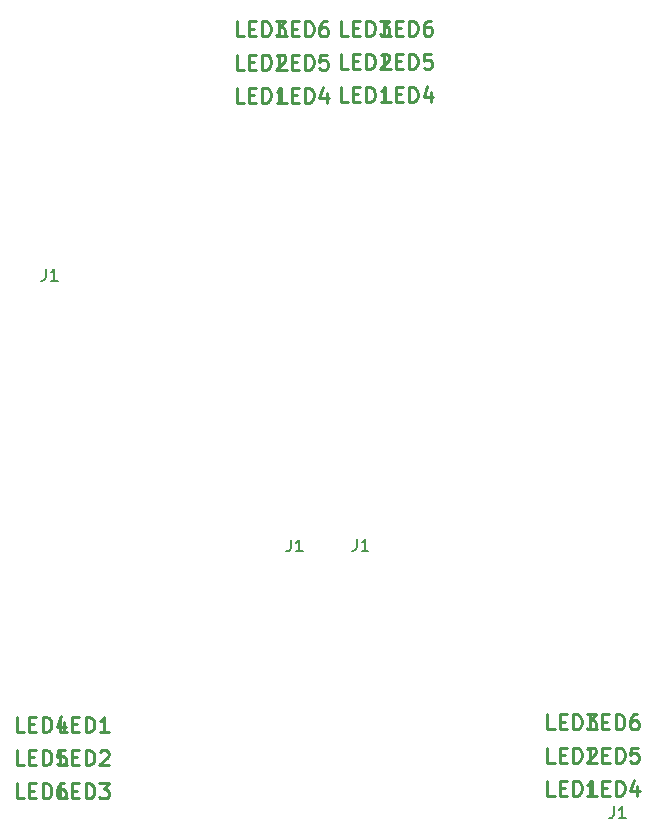
<source format=gbr>
G04 #@! TF.GenerationSoftware,KiCad,Pcbnew,(5.1.5)-3*
G04 #@! TF.CreationDate,2021-03-18T13:29:50-04:00*
G04 #@! TF.ProjectId,LED_Harness_3x2_RED+BLUE,4c45445f-4861-4726-9e65-73735f337832,rev?*
G04 #@! TF.SameCoordinates,Original*
G04 #@! TF.FileFunction,Legend,Top*
G04 #@! TF.FilePolarity,Positive*
%FSLAX46Y46*%
G04 Gerber Fmt 4.6, Leading zero omitted, Abs format (unit mm)*
G04 Created by KiCad (PCBNEW (5.1.5)-3) date 2021-03-18 13:29:50*
%MOMM*%
%LPD*%
G04 APERTURE LIST*
%ADD10C,0.254000*%
%ADD11C,0.150000*%
G04 APERTURE END LIST*
D10*
X160544449Y-124267443D02*
X159939687Y-124267443D01*
X159939687Y-122997443D01*
X160967782Y-123602205D02*
X161391116Y-123602205D01*
X161572544Y-124267443D02*
X160967782Y-124267443D01*
X160967782Y-122997443D01*
X161572544Y-122997443D01*
X162116830Y-124267443D02*
X162116830Y-122997443D01*
X162419211Y-122997443D01*
X162600640Y-123057920D01*
X162721592Y-123178872D01*
X162782068Y-123299824D01*
X162842544Y-123541729D01*
X162842544Y-123723158D01*
X162782068Y-123965062D01*
X162721592Y-124086015D01*
X162600640Y-124206967D01*
X162419211Y-124267443D01*
X162116830Y-124267443D01*
X163931116Y-123420777D02*
X163931116Y-124267443D01*
X163628735Y-122936967D02*
X163326354Y-123844110D01*
X164112544Y-123844110D01*
X156922409Y-121456933D02*
X156317647Y-121456933D01*
X156317647Y-120186933D01*
X157345742Y-120791695D02*
X157769076Y-120791695D01*
X157950504Y-121456933D02*
X157345742Y-121456933D01*
X157345742Y-120186933D01*
X157950504Y-120186933D01*
X158494790Y-121456933D02*
X158494790Y-120186933D01*
X158797171Y-120186933D01*
X158978600Y-120247410D01*
X159099552Y-120368362D01*
X159160028Y-120489314D01*
X159220504Y-120731219D01*
X159220504Y-120912648D01*
X159160028Y-121154552D01*
X159099552Y-121275505D01*
X158978600Y-121396457D01*
X158797171Y-121456933D01*
X158494790Y-121456933D01*
X159704314Y-120307886D02*
X159764790Y-120247410D01*
X159885742Y-120186933D01*
X160188123Y-120186933D01*
X160309076Y-120247410D01*
X160369552Y-120307886D01*
X160430028Y-120428838D01*
X160430028Y-120549790D01*
X160369552Y-120731219D01*
X159643838Y-121456933D01*
X160430028Y-121456933D01*
X156917329Y-118646423D02*
X156312567Y-118646423D01*
X156312567Y-117376423D01*
X157340662Y-117981185D02*
X157763996Y-117981185D01*
X157945424Y-118646423D02*
X157340662Y-118646423D01*
X157340662Y-117376423D01*
X157945424Y-117376423D01*
X158489710Y-118646423D02*
X158489710Y-117376423D01*
X158792091Y-117376423D01*
X158973520Y-117436900D01*
X159094472Y-117557852D01*
X159154948Y-117678804D01*
X159215424Y-117920709D01*
X159215424Y-118102138D01*
X159154948Y-118344042D01*
X159094472Y-118464995D01*
X158973520Y-118585947D01*
X158792091Y-118646423D01*
X158489710Y-118646423D01*
X159638758Y-117376423D02*
X160424948Y-117376423D01*
X160001615Y-117860233D01*
X160183043Y-117860233D01*
X160303996Y-117920709D01*
X160364472Y-117981185D01*
X160424948Y-118102138D01*
X160424948Y-118404519D01*
X160364472Y-118525471D01*
X160303996Y-118585947D01*
X160183043Y-118646423D01*
X159820186Y-118646423D01*
X159699234Y-118585947D01*
X159638758Y-118525471D01*
X156917329Y-124264903D02*
X156312567Y-124264903D01*
X156312567Y-122994903D01*
X157340662Y-123599665D02*
X157763996Y-123599665D01*
X157945424Y-124264903D02*
X157340662Y-124264903D01*
X157340662Y-122994903D01*
X157945424Y-122994903D01*
X158489710Y-124264903D02*
X158489710Y-122994903D01*
X158792091Y-122994903D01*
X158973520Y-123055380D01*
X159094472Y-123176332D01*
X159154948Y-123297284D01*
X159215424Y-123539189D01*
X159215424Y-123720618D01*
X159154948Y-123962522D01*
X159094472Y-124083475D01*
X158973520Y-124204427D01*
X158792091Y-124264903D01*
X158489710Y-124264903D01*
X160424948Y-124264903D02*
X159699234Y-124264903D01*
X160062091Y-124264903D02*
X160062091Y-122994903D01*
X159941139Y-123176332D01*
X159820186Y-123297284D01*
X159699234Y-123357760D01*
X160546989Y-121460743D02*
X159942227Y-121460743D01*
X159942227Y-120190743D01*
X160970322Y-120795505D02*
X161393656Y-120795505D01*
X161575084Y-121460743D02*
X160970322Y-121460743D01*
X160970322Y-120190743D01*
X161575084Y-120190743D01*
X162119370Y-121460743D02*
X162119370Y-120190743D01*
X162421751Y-120190743D01*
X162603180Y-120251220D01*
X162724132Y-120372172D01*
X162784608Y-120493124D01*
X162845084Y-120735029D01*
X162845084Y-120916458D01*
X162784608Y-121158362D01*
X162724132Y-121279315D01*
X162603180Y-121400267D01*
X162421751Y-121460743D01*
X162119370Y-121460743D01*
X163994132Y-120190743D02*
X163389370Y-120190743D01*
X163328894Y-120795505D01*
X163389370Y-120735029D01*
X163510322Y-120674553D01*
X163812703Y-120674553D01*
X163933656Y-120735029D01*
X163994132Y-120795505D01*
X164054608Y-120916458D01*
X164054608Y-121218839D01*
X163994132Y-121339791D01*
X163933656Y-121400267D01*
X163812703Y-121460743D01*
X163510322Y-121460743D01*
X163389370Y-121400267D01*
X163328894Y-121339791D01*
X160541909Y-118648963D02*
X159937147Y-118648963D01*
X159937147Y-117378963D01*
X160965242Y-117983725D02*
X161388576Y-117983725D01*
X161570004Y-118648963D02*
X160965242Y-118648963D01*
X160965242Y-117378963D01*
X161570004Y-117378963D01*
X162114290Y-118648963D02*
X162114290Y-117378963D01*
X162416671Y-117378963D01*
X162598100Y-117439440D01*
X162719052Y-117560392D01*
X162779528Y-117681344D01*
X162840004Y-117923249D01*
X162840004Y-118104678D01*
X162779528Y-118346582D01*
X162719052Y-118467535D01*
X162598100Y-118588487D01*
X162416671Y-118648963D01*
X162114290Y-118648963D01*
X163928576Y-117378963D02*
X163686671Y-117378963D01*
X163565719Y-117439440D01*
X163505242Y-117499916D01*
X163384290Y-117681344D01*
X163323814Y-117923249D01*
X163323814Y-118407059D01*
X163384290Y-118528011D01*
X163444766Y-118588487D01*
X163565719Y-118648963D01*
X163807623Y-118648963D01*
X163928576Y-118588487D01*
X163989052Y-118528011D01*
X164049528Y-118407059D01*
X164049528Y-118104678D01*
X163989052Y-117983725D01*
X163928576Y-117923249D01*
X163807623Y-117862773D01*
X163565719Y-117862773D01*
X163444766Y-117923249D01*
X163384290Y-117983725D01*
X163323814Y-118104678D01*
D11*
X140154066Y-102525580D02*
X140154066Y-103239866D01*
X140106447Y-103382723D01*
X140011209Y-103477961D01*
X139868352Y-103525580D01*
X139773114Y-103525580D01*
X141154066Y-103525580D02*
X140582638Y-103525580D01*
X140868352Y-103525580D02*
X140868352Y-102525580D01*
X140773114Y-102668438D01*
X140677876Y-102763676D01*
X140582638Y-102811295D01*
X161947266Y-125156980D02*
X161947266Y-125871266D01*
X161899647Y-126014123D01*
X161804409Y-126109361D01*
X161661552Y-126156980D01*
X161566314Y-126156980D01*
X162947266Y-126156980D02*
X162375838Y-126156980D01*
X162661552Y-126156980D02*
X162661552Y-125156980D01*
X162566314Y-125299838D01*
X162471076Y-125395076D01*
X162375838Y-125442695D01*
D10*
X143041309Y-59924163D02*
X142436547Y-59924163D01*
X142436547Y-58654163D01*
X143464642Y-59258925D02*
X143887976Y-59258925D01*
X144069404Y-59924163D02*
X143464642Y-59924163D01*
X143464642Y-58654163D01*
X144069404Y-58654163D01*
X144613690Y-59924163D02*
X144613690Y-58654163D01*
X144916071Y-58654163D01*
X145097500Y-58714640D01*
X145218452Y-58835592D01*
X145278928Y-58956544D01*
X145339404Y-59198449D01*
X145339404Y-59379878D01*
X145278928Y-59621782D01*
X145218452Y-59742735D01*
X145097500Y-59863687D01*
X144916071Y-59924163D01*
X144613690Y-59924163D01*
X146427976Y-58654163D02*
X146186071Y-58654163D01*
X146065119Y-58714640D01*
X146004642Y-58775116D01*
X145883690Y-58956544D01*
X145823214Y-59198449D01*
X145823214Y-59682259D01*
X145883690Y-59803211D01*
X145944166Y-59863687D01*
X146065119Y-59924163D01*
X146307023Y-59924163D01*
X146427976Y-59863687D01*
X146488452Y-59803211D01*
X146548928Y-59682259D01*
X146548928Y-59379878D01*
X146488452Y-59258925D01*
X146427976Y-59198449D01*
X146307023Y-59137973D01*
X146065119Y-59137973D01*
X145944166Y-59198449D01*
X145883690Y-59258925D01*
X145823214Y-59379878D01*
X139421809Y-62732133D02*
X138817047Y-62732133D01*
X138817047Y-61462133D01*
X139845142Y-62066895D02*
X140268476Y-62066895D01*
X140449904Y-62732133D02*
X139845142Y-62732133D01*
X139845142Y-61462133D01*
X140449904Y-61462133D01*
X140994190Y-62732133D02*
X140994190Y-61462133D01*
X141296571Y-61462133D01*
X141478000Y-61522610D01*
X141598952Y-61643562D01*
X141659428Y-61764514D01*
X141719904Y-62006419D01*
X141719904Y-62187848D01*
X141659428Y-62429752D01*
X141598952Y-62550705D01*
X141478000Y-62671657D01*
X141296571Y-62732133D01*
X140994190Y-62732133D01*
X142203714Y-61583086D02*
X142264190Y-61522610D01*
X142385142Y-61462133D01*
X142687523Y-61462133D01*
X142808476Y-61522610D01*
X142868952Y-61583086D01*
X142929428Y-61704038D01*
X142929428Y-61824990D01*
X142868952Y-62006419D01*
X142143238Y-62732133D01*
X142929428Y-62732133D01*
X139416729Y-65540103D02*
X138811967Y-65540103D01*
X138811967Y-64270103D01*
X139840062Y-64874865D02*
X140263396Y-64874865D01*
X140444824Y-65540103D02*
X139840062Y-65540103D01*
X139840062Y-64270103D01*
X140444824Y-64270103D01*
X140989110Y-65540103D02*
X140989110Y-64270103D01*
X141291491Y-64270103D01*
X141472920Y-64330580D01*
X141593872Y-64451532D01*
X141654348Y-64572484D01*
X141714824Y-64814389D01*
X141714824Y-64995818D01*
X141654348Y-65237722D01*
X141593872Y-65358675D01*
X141472920Y-65479627D01*
X141291491Y-65540103D01*
X140989110Y-65540103D01*
X142924348Y-65540103D02*
X142198634Y-65540103D01*
X142561491Y-65540103D02*
X142561491Y-64270103D01*
X142440539Y-64451532D01*
X142319586Y-64572484D01*
X142198634Y-64632960D01*
X139416729Y-59921623D02*
X138811967Y-59921623D01*
X138811967Y-58651623D01*
X139840062Y-59256385D02*
X140263396Y-59256385D01*
X140444824Y-59921623D02*
X139840062Y-59921623D01*
X139840062Y-58651623D01*
X140444824Y-58651623D01*
X140989110Y-59921623D02*
X140989110Y-58651623D01*
X141291491Y-58651623D01*
X141472920Y-58712100D01*
X141593872Y-58833052D01*
X141654348Y-58954004D01*
X141714824Y-59195909D01*
X141714824Y-59377338D01*
X141654348Y-59619242D01*
X141593872Y-59740195D01*
X141472920Y-59861147D01*
X141291491Y-59921623D01*
X140989110Y-59921623D01*
X142138158Y-58651623D02*
X142924348Y-58651623D01*
X142501015Y-59135433D01*
X142682443Y-59135433D01*
X142803396Y-59195909D01*
X142863872Y-59256385D01*
X142924348Y-59377338D01*
X142924348Y-59679719D01*
X142863872Y-59800671D01*
X142803396Y-59861147D01*
X142682443Y-59921623D01*
X142319586Y-59921623D01*
X142198634Y-59861147D01*
X142138158Y-59800671D01*
X143046389Y-62735943D02*
X142441627Y-62735943D01*
X142441627Y-61465943D01*
X143469722Y-62070705D02*
X143893056Y-62070705D01*
X144074484Y-62735943D02*
X143469722Y-62735943D01*
X143469722Y-61465943D01*
X144074484Y-61465943D01*
X144618770Y-62735943D02*
X144618770Y-61465943D01*
X144921151Y-61465943D01*
X145102580Y-61526420D01*
X145223532Y-61647372D01*
X145284008Y-61768324D01*
X145344484Y-62010229D01*
X145344484Y-62191658D01*
X145284008Y-62433562D01*
X145223532Y-62554515D01*
X145102580Y-62675467D01*
X144921151Y-62735943D01*
X144618770Y-62735943D01*
X146493532Y-61465943D02*
X145888770Y-61465943D01*
X145828294Y-62070705D01*
X145888770Y-62010229D01*
X146009722Y-61949753D01*
X146312103Y-61949753D01*
X146433056Y-62010229D01*
X146493532Y-62070705D01*
X146554008Y-62191658D01*
X146554008Y-62494039D01*
X146493532Y-62614991D01*
X146433056Y-62675467D01*
X146312103Y-62735943D01*
X146009722Y-62735943D01*
X145888770Y-62675467D01*
X145828294Y-62614991D01*
X143043849Y-65542643D02*
X142439087Y-65542643D01*
X142439087Y-64272643D01*
X143467182Y-64877405D02*
X143890516Y-64877405D01*
X144071944Y-65542643D02*
X143467182Y-65542643D01*
X143467182Y-64272643D01*
X144071944Y-64272643D01*
X144616230Y-65542643D02*
X144616230Y-64272643D01*
X144918611Y-64272643D01*
X145100040Y-64333120D01*
X145220992Y-64454072D01*
X145281468Y-64575024D01*
X145341944Y-64816929D01*
X145341944Y-64998358D01*
X145281468Y-65240262D01*
X145220992Y-65361215D01*
X145100040Y-65482167D01*
X144918611Y-65542643D01*
X144616230Y-65542643D01*
X146430516Y-64695977D02*
X146430516Y-65542643D01*
X146128135Y-64212167D02*
X145825754Y-65119310D01*
X146611944Y-65119310D01*
X112027909Y-124485883D02*
X111423147Y-124485883D01*
X111423147Y-123215883D01*
X112451242Y-123820645D02*
X112874576Y-123820645D01*
X113056004Y-124485883D02*
X112451242Y-124485883D01*
X112451242Y-123215883D01*
X113056004Y-123215883D01*
X113600290Y-124485883D02*
X113600290Y-123215883D01*
X113902671Y-123215883D01*
X114084100Y-123276360D01*
X114205052Y-123397312D01*
X114265528Y-123518264D01*
X114326004Y-123760169D01*
X114326004Y-123941598D01*
X114265528Y-124183502D01*
X114205052Y-124304455D01*
X114084100Y-124425407D01*
X113902671Y-124485883D01*
X113600290Y-124485883D01*
X115414576Y-123215883D02*
X115172671Y-123215883D01*
X115051719Y-123276360D01*
X114991242Y-123336836D01*
X114870290Y-123518264D01*
X114809814Y-123760169D01*
X114809814Y-124243979D01*
X114870290Y-124364931D01*
X114930766Y-124425407D01*
X115051719Y-124485883D01*
X115293623Y-124485883D01*
X115414576Y-124425407D01*
X115475052Y-124364931D01*
X115535528Y-124243979D01*
X115535528Y-123941598D01*
X115475052Y-123820645D01*
X115414576Y-123760169D01*
X115293623Y-123699693D01*
X115051719Y-123699693D01*
X114930766Y-123760169D01*
X114870290Y-123820645D01*
X114809814Y-123941598D01*
X115647409Y-121677913D02*
X115042647Y-121677913D01*
X115042647Y-120407913D01*
X116070742Y-121012675D02*
X116494076Y-121012675D01*
X116675504Y-121677913D02*
X116070742Y-121677913D01*
X116070742Y-120407913D01*
X116675504Y-120407913D01*
X117219790Y-121677913D02*
X117219790Y-120407913D01*
X117522171Y-120407913D01*
X117703600Y-120468390D01*
X117824552Y-120589342D01*
X117885028Y-120710294D01*
X117945504Y-120952199D01*
X117945504Y-121133628D01*
X117885028Y-121375532D01*
X117824552Y-121496485D01*
X117703600Y-121617437D01*
X117522171Y-121677913D01*
X117219790Y-121677913D01*
X118429314Y-120528866D02*
X118489790Y-120468390D01*
X118610742Y-120407913D01*
X118913123Y-120407913D01*
X119034076Y-120468390D01*
X119094552Y-120528866D01*
X119155028Y-120649818D01*
X119155028Y-120770770D01*
X119094552Y-120952199D01*
X118368838Y-121677913D01*
X119155028Y-121677913D01*
X115652489Y-118869943D02*
X115047727Y-118869943D01*
X115047727Y-117599943D01*
X116075822Y-118204705D02*
X116499156Y-118204705D01*
X116680584Y-118869943D02*
X116075822Y-118869943D01*
X116075822Y-117599943D01*
X116680584Y-117599943D01*
X117224870Y-118869943D02*
X117224870Y-117599943D01*
X117527251Y-117599943D01*
X117708680Y-117660420D01*
X117829632Y-117781372D01*
X117890108Y-117902324D01*
X117950584Y-118144229D01*
X117950584Y-118325658D01*
X117890108Y-118567562D01*
X117829632Y-118688515D01*
X117708680Y-118809467D01*
X117527251Y-118869943D01*
X117224870Y-118869943D01*
X119160108Y-118869943D02*
X118434394Y-118869943D01*
X118797251Y-118869943D02*
X118797251Y-117599943D01*
X118676299Y-117781372D01*
X118555346Y-117902324D01*
X118434394Y-117962800D01*
X115652489Y-124488423D02*
X115047727Y-124488423D01*
X115047727Y-123218423D01*
X116075822Y-123823185D02*
X116499156Y-123823185D01*
X116680584Y-124488423D02*
X116075822Y-124488423D01*
X116075822Y-123218423D01*
X116680584Y-123218423D01*
X117224870Y-124488423D02*
X117224870Y-123218423D01*
X117527251Y-123218423D01*
X117708680Y-123278900D01*
X117829632Y-123399852D01*
X117890108Y-123520804D01*
X117950584Y-123762709D01*
X117950584Y-123944138D01*
X117890108Y-124186042D01*
X117829632Y-124306995D01*
X117708680Y-124427947D01*
X117527251Y-124488423D01*
X117224870Y-124488423D01*
X118373918Y-123218423D02*
X119160108Y-123218423D01*
X118736775Y-123702233D01*
X118918203Y-123702233D01*
X119039156Y-123762709D01*
X119099632Y-123823185D01*
X119160108Y-123944138D01*
X119160108Y-124246519D01*
X119099632Y-124367471D01*
X119039156Y-124427947D01*
X118918203Y-124488423D01*
X118555346Y-124488423D01*
X118434394Y-124427947D01*
X118373918Y-124367471D01*
D11*
X134587466Y-102567780D02*
X134587466Y-103282066D01*
X134539847Y-103424923D01*
X134444609Y-103520161D01*
X134301752Y-103567780D01*
X134206514Y-103567780D01*
X135587466Y-103567780D02*
X135016038Y-103567780D01*
X135301752Y-103567780D02*
X135301752Y-102567780D01*
X135206514Y-102710638D01*
X135111276Y-102805876D01*
X135016038Y-102853495D01*
D10*
X112022829Y-121674103D02*
X111418067Y-121674103D01*
X111418067Y-120404103D01*
X112446162Y-121008865D02*
X112869496Y-121008865D01*
X113050924Y-121674103D02*
X112446162Y-121674103D01*
X112446162Y-120404103D01*
X113050924Y-120404103D01*
X113595210Y-121674103D02*
X113595210Y-120404103D01*
X113897591Y-120404103D01*
X114079020Y-120464580D01*
X114199972Y-120585532D01*
X114260448Y-120706484D01*
X114320924Y-120948389D01*
X114320924Y-121129818D01*
X114260448Y-121371722D01*
X114199972Y-121492675D01*
X114079020Y-121613627D01*
X113897591Y-121674103D01*
X113595210Y-121674103D01*
X115469972Y-120404103D02*
X114865210Y-120404103D01*
X114804734Y-121008865D01*
X114865210Y-120948389D01*
X114986162Y-120887913D01*
X115288543Y-120887913D01*
X115409496Y-120948389D01*
X115469972Y-121008865D01*
X115530448Y-121129818D01*
X115530448Y-121432199D01*
X115469972Y-121553151D01*
X115409496Y-121613627D01*
X115288543Y-121674103D01*
X114986162Y-121674103D01*
X114865210Y-121613627D01*
X114804734Y-121553151D01*
X112025369Y-118867403D02*
X111420607Y-118867403D01*
X111420607Y-117597403D01*
X112448702Y-118202165D02*
X112872036Y-118202165D01*
X113053464Y-118867403D02*
X112448702Y-118867403D01*
X112448702Y-117597403D01*
X113053464Y-117597403D01*
X113597750Y-118867403D02*
X113597750Y-117597403D01*
X113900131Y-117597403D01*
X114081560Y-117657880D01*
X114202512Y-117778832D01*
X114262988Y-117899784D01*
X114323464Y-118141689D01*
X114323464Y-118323118D01*
X114262988Y-118565022D01*
X114202512Y-118685975D01*
X114081560Y-118806927D01*
X113900131Y-118867403D01*
X113597750Y-118867403D01*
X115412036Y-118020737D02*
X115412036Y-118867403D01*
X115109655Y-117536927D02*
X114807274Y-118444070D01*
X115593464Y-118444070D01*
D11*
X113843666Y-79648780D02*
X113843666Y-80363066D01*
X113796047Y-80505923D01*
X113700809Y-80601161D01*
X113557952Y-80648780D01*
X113462714Y-80648780D01*
X114843666Y-80648780D02*
X114272238Y-80648780D01*
X114557952Y-80648780D02*
X114557952Y-79648780D01*
X114462714Y-79791638D01*
X114367476Y-79886876D01*
X114272238Y-79934495D01*
D10*
X130602929Y-65590903D02*
X129998167Y-65590903D01*
X129998167Y-64320903D01*
X131026262Y-64925665D02*
X131449596Y-64925665D01*
X131631024Y-65590903D02*
X131026262Y-65590903D01*
X131026262Y-64320903D01*
X131631024Y-64320903D01*
X132175310Y-65590903D02*
X132175310Y-64320903D01*
X132477691Y-64320903D01*
X132659120Y-64381380D01*
X132780072Y-64502332D01*
X132840548Y-64623284D01*
X132901024Y-64865189D01*
X132901024Y-65046618D01*
X132840548Y-65288522D01*
X132780072Y-65409475D01*
X132659120Y-65530427D01*
X132477691Y-65590903D01*
X132175310Y-65590903D01*
X134110548Y-65590903D02*
X133384834Y-65590903D01*
X133747691Y-65590903D02*
X133747691Y-64320903D01*
X133626739Y-64502332D01*
X133505786Y-64623284D01*
X133384834Y-64683760D01*
X130608009Y-62782933D02*
X130003247Y-62782933D01*
X130003247Y-61512933D01*
X131031342Y-62117695D02*
X131454676Y-62117695D01*
X131636104Y-62782933D02*
X131031342Y-62782933D01*
X131031342Y-61512933D01*
X131636104Y-61512933D01*
X132180390Y-62782933D02*
X132180390Y-61512933D01*
X132482771Y-61512933D01*
X132664200Y-61573410D01*
X132785152Y-61694362D01*
X132845628Y-61815314D01*
X132906104Y-62057219D01*
X132906104Y-62238648D01*
X132845628Y-62480552D01*
X132785152Y-62601505D01*
X132664200Y-62722457D01*
X132482771Y-62782933D01*
X132180390Y-62782933D01*
X133389914Y-61633886D02*
X133450390Y-61573410D01*
X133571342Y-61512933D01*
X133873723Y-61512933D01*
X133994676Y-61573410D01*
X134055152Y-61633886D01*
X134115628Y-61754838D01*
X134115628Y-61875790D01*
X134055152Y-62057219D01*
X133329438Y-62782933D01*
X134115628Y-62782933D01*
X130602929Y-59972423D02*
X129998167Y-59972423D01*
X129998167Y-58702423D01*
X131026262Y-59307185D02*
X131449596Y-59307185D01*
X131631024Y-59972423D02*
X131026262Y-59972423D01*
X131026262Y-58702423D01*
X131631024Y-58702423D01*
X132175310Y-59972423D02*
X132175310Y-58702423D01*
X132477691Y-58702423D01*
X132659120Y-58762900D01*
X132780072Y-58883852D01*
X132840548Y-59004804D01*
X132901024Y-59246709D01*
X132901024Y-59428138D01*
X132840548Y-59670042D01*
X132780072Y-59790995D01*
X132659120Y-59911947D01*
X132477691Y-59972423D01*
X132175310Y-59972423D01*
X133324358Y-58702423D02*
X134110548Y-58702423D01*
X133687215Y-59186233D01*
X133868643Y-59186233D01*
X133989596Y-59246709D01*
X134050072Y-59307185D01*
X134110548Y-59428138D01*
X134110548Y-59730519D01*
X134050072Y-59851471D01*
X133989596Y-59911947D01*
X133868643Y-59972423D01*
X133505786Y-59972423D01*
X133384834Y-59911947D01*
X133324358Y-59851471D01*
X134230049Y-65593443D02*
X133625287Y-65593443D01*
X133625287Y-64323443D01*
X134653382Y-64928205D02*
X135076716Y-64928205D01*
X135258144Y-65593443D02*
X134653382Y-65593443D01*
X134653382Y-64323443D01*
X135258144Y-64323443D01*
X135802430Y-65593443D02*
X135802430Y-64323443D01*
X136104811Y-64323443D01*
X136286240Y-64383920D01*
X136407192Y-64504872D01*
X136467668Y-64625824D01*
X136528144Y-64867729D01*
X136528144Y-65049158D01*
X136467668Y-65291062D01*
X136407192Y-65412015D01*
X136286240Y-65532967D01*
X136104811Y-65593443D01*
X135802430Y-65593443D01*
X137616716Y-64746777D02*
X137616716Y-65593443D01*
X137314335Y-64262967D02*
X137011954Y-65170110D01*
X137798144Y-65170110D01*
X134232589Y-62786743D02*
X133627827Y-62786743D01*
X133627827Y-61516743D01*
X134655922Y-62121505D02*
X135079256Y-62121505D01*
X135260684Y-62786743D02*
X134655922Y-62786743D01*
X134655922Y-61516743D01*
X135260684Y-61516743D01*
X135804970Y-62786743D02*
X135804970Y-61516743D01*
X136107351Y-61516743D01*
X136288780Y-61577220D01*
X136409732Y-61698172D01*
X136470208Y-61819124D01*
X136530684Y-62061029D01*
X136530684Y-62242458D01*
X136470208Y-62484362D01*
X136409732Y-62605315D01*
X136288780Y-62726267D01*
X136107351Y-62786743D01*
X135804970Y-62786743D01*
X137679732Y-61516743D02*
X137074970Y-61516743D01*
X137014494Y-62121505D01*
X137074970Y-62061029D01*
X137195922Y-62000553D01*
X137498303Y-62000553D01*
X137619256Y-62061029D01*
X137679732Y-62121505D01*
X137740208Y-62242458D01*
X137740208Y-62544839D01*
X137679732Y-62665791D01*
X137619256Y-62726267D01*
X137498303Y-62786743D01*
X137195922Y-62786743D01*
X137074970Y-62726267D01*
X137014494Y-62665791D01*
X134227509Y-59974963D02*
X133622747Y-59974963D01*
X133622747Y-58704963D01*
X134650842Y-59309725D02*
X135074176Y-59309725D01*
X135255604Y-59974963D02*
X134650842Y-59974963D01*
X134650842Y-58704963D01*
X135255604Y-58704963D01*
X135799890Y-59974963D02*
X135799890Y-58704963D01*
X136102271Y-58704963D01*
X136283700Y-58765440D01*
X136404652Y-58886392D01*
X136465128Y-59007344D01*
X136525604Y-59249249D01*
X136525604Y-59430678D01*
X136465128Y-59672582D01*
X136404652Y-59793535D01*
X136283700Y-59914487D01*
X136102271Y-59974963D01*
X135799890Y-59974963D01*
X137614176Y-58704963D02*
X137372271Y-58704963D01*
X137251319Y-58765440D01*
X137190842Y-58825916D01*
X137069890Y-59007344D01*
X137009414Y-59249249D01*
X137009414Y-59733059D01*
X137069890Y-59854011D01*
X137130366Y-59914487D01*
X137251319Y-59974963D01*
X137493223Y-59974963D01*
X137614176Y-59914487D01*
X137674652Y-59854011D01*
X137735128Y-59733059D01*
X137735128Y-59430678D01*
X137674652Y-59309725D01*
X137614176Y-59249249D01*
X137493223Y-59188773D01*
X137251319Y-59188773D01*
X137130366Y-59249249D01*
X137069890Y-59309725D01*
X137009414Y-59430678D01*
M02*

</source>
